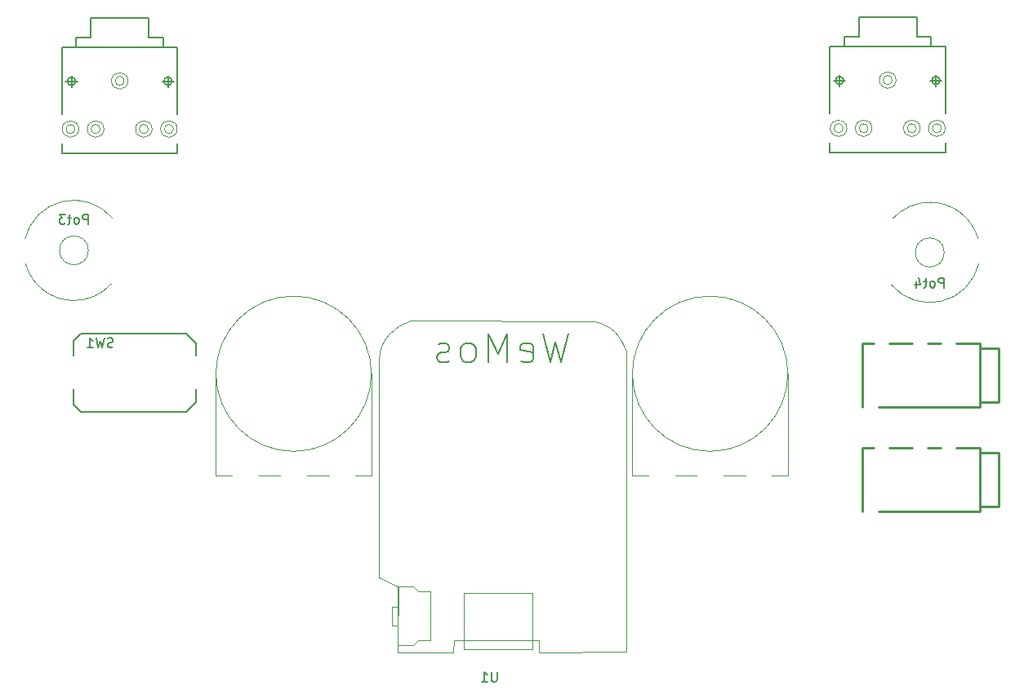
<source format=gbr>
G04 #@! TF.FileFunction,Legend,Bot*
%FSLAX46Y46*%
G04 Gerber Fmt 4.6, Leading zero omitted, Abs format (unit mm)*
G04 Created by KiCad (PCBNEW 4.0.7-e0-6372~58~ubuntu16.04.1) date Sat Mar  2 19:42:23 2019*
%MOMM*%
%LPD*%
G01*
G04 APERTURE LIST*
%ADD10C,0.100000*%
%ADD11C,0.120000*%
%ADD12C,0.150000*%
%ADD13C,0.203200*%
%ADD14C,0.127000*%
%ADD15C,0.254000*%
%ADD16C,0.177800*%
G04 APERTURE END LIST*
D10*
D11*
X138278173Y-62173929D02*
G75*
G03X133270000Y-58400000I-5008173J-1436071D01*
G01*
X129279383Y-66959947D02*
G75*
G03X138347000Y-64781000I3990617J3349947D01*
G01*
X133360657Y-58400743D02*
G75*
G03X129398000Y-60124000I-90657J-5209257D01*
G01*
X134770000Y-63610000D02*
G75*
G03X134770000Y-63610000I-1500000J0D01*
G01*
D10*
X78082528Y-105177228D02*
X83893820Y-105177228D01*
X83893820Y-105177228D02*
X83920151Y-103893795D01*
X83920151Y-103893795D02*
X92751373Y-103900483D01*
X92751373Y-103900483D02*
X92749397Y-105102736D01*
X92749397Y-105102736D02*
X101830193Y-105076658D01*
X101830193Y-105076658D02*
X101816195Y-73906507D01*
X101816195Y-73906507D02*
X101583384Y-73303714D01*
X101583384Y-73303714D02*
X101299901Y-72758833D01*
X101299901Y-72758833D02*
X100965253Y-72272423D01*
X100965253Y-72272423D02*
X100578953Y-71845048D01*
X100578953Y-71845048D02*
X100140512Y-71477259D01*
X100140512Y-71477259D02*
X99649440Y-71169623D01*
X99649440Y-71169623D02*
X99105250Y-70922690D01*
X99105250Y-70922690D02*
X98507453Y-70737024D01*
X98507453Y-70737024D02*
X79469540Y-70708266D01*
X79469540Y-70708266D02*
X78850176Y-70942259D01*
X78850176Y-70942259D02*
X78261982Y-71226742D01*
X78261982Y-71226742D02*
X77718555Y-71576257D01*
X77718555Y-71576257D02*
X77233497Y-72005342D01*
X77233497Y-72005342D02*
X76820405Y-72528540D01*
X76820405Y-72528540D02*
X76492878Y-73160387D01*
X76492878Y-73160387D02*
X76264518Y-73915425D01*
X76264518Y-73915425D02*
X76148922Y-74808193D01*
X76148922Y-74808193D02*
X76123974Y-97363285D01*
X76123974Y-97363285D02*
X78067520Y-98324181D01*
X78067520Y-98324181D02*
X78097314Y-105132524D01*
X92079650Y-98951451D02*
X84940069Y-98951451D01*
X84940069Y-98951451D02*
X84940069Y-104765188D01*
X84940069Y-104765188D02*
X92079650Y-104765188D01*
X92079650Y-104765188D02*
X92079650Y-98951451D01*
X78156400Y-98302349D02*
X79708622Y-98302349D01*
X79708622Y-98302349D02*
X80237789Y-98831515D01*
X80237789Y-98831515D02*
X81490150Y-98831515D01*
X81490150Y-98831515D02*
X81490150Y-103893876D01*
X81490150Y-103893876D02*
X80202511Y-103893876D01*
X80202511Y-103893876D02*
X79673344Y-104387765D01*
X79673344Y-104387765D02*
X78103483Y-104387765D01*
X78103483Y-104387765D02*
X78156400Y-98302349D01*
X78121122Y-100383738D02*
X77468483Y-100383738D01*
X77468483Y-100383738D02*
X77468483Y-102376932D01*
X77468483Y-102376932D02*
X78085844Y-102376932D01*
D11*
X39521827Y-64826071D02*
G75*
G03X44530000Y-68600000I5008173J1436071D01*
G01*
X48520617Y-60040053D02*
G75*
G03X39453000Y-62219000I-3990617J-3349947D01*
G01*
X44439343Y-68599257D02*
G75*
G03X48402000Y-66876000I90657J5209257D01*
G01*
X46030000Y-63390000D02*
G75*
G03X46030000Y-63390000I-1500000J0D01*
G01*
D12*
X56134000Y-72009000D02*
X57150000Y-73025000D01*
X56134000Y-80137000D02*
X57150000Y-79121000D01*
X44450000Y-79375000D02*
X45212000Y-80137000D01*
X44450000Y-72771000D02*
X45212000Y-72009000D01*
D13*
X44450000Y-79375000D02*
X44450000Y-77820520D01*
X45212000Y-72009000D02*
X56134000Y-72009000D01*
X56134000Y-80137000D02*
X45212000Y-80137000D01*
X57150000Y-74295000D02*
X57150000Y-73025000D01*
X44450000Y-74325480D02*
X44450000Y-72771000D01*
X57150000Y-79121000D02*
X57150000Y-77820520D01*
X43276520Y-53299360D02*
X55275480Y-53299360D01*
X43276520Y-42303700D02*
X44777660Y-42303700D01*
X53774340Y-42303700D02*
X55275480Y-42303700D01*
X44777660Y-41302940D02*
X46276260Y-41302940D01*
X52275740Y-41302940D02*
X53774340Y-41302940D01*
X53774340Y-41302940D02*
X53774340Y-42303700D01*
X44777660Y-41302940D02*
X44777660Y-42303700D01*
X46276260Y-39301420D02*
X52275740Y-39301420D01*
X52275740Y-39301420D02*
X52275740Y-41302940D01*
X46276260Y-39301420D02*
X46276260Y-41302940D01*
X43276520Y-42303700D02*
X43276520Y-49298860D01*
X43276520Y-53299360D02*
X43276520Y-52301140D01*
X43276520Y-42303700D02*
X55275480Y-42303700D01*
X55275480Y-42303700D02*
X55275480Y-49298860D01*
X55275480Y-53299360D02*
X55275480Y-52301140D01*
D10*
X49742973Y-45801280D02*
G75*
G03X49742973Y-45801280I-466973J0D01*
G01*
X44645193Y-50800000D02*
G75*
G03X44645193Y-50800000I-466973J0D01*
G01*
X47243613Y-50800000D02*
G75*
G03X47243613Y-50800000I-466973J0D01*
G01*
X52242333Y-50800000D02*
G75*
G03X52242333Y-50800000I-466973J0D01*
G01*
X54840753Y-50800000D02*
G75*
G03X54840753Y-50800000I-466973J0D01*
G01*
X50138105Y-45801280D02*
G75*
G03X50138105Y-45801280I-862105J0D01*
G01*
X45040325Y-50800000D02*
G75*
G03X45040325Y-50800000I-862105J0D01*
G01*
X55235885Y-50800000D02*
G75*
G03X55235885Y-50800000I-862105J0D01*
G01*
X52637465Y-50800000D02*
G75*
G03X52637465Y-50800000I-862105J0D01*
G01*
X47638745Y-50800000D02*
G75*
G03X47638745Y-50800000I-862105J0D01*
G01*
D14*
X44701148Y-45841920D02*
G75*
G03X44701148Y-45841920I-423868J0D01*
G01*
X44277280Y-45242480D02*
X44277280Y-46441360D01*
X44876720Y-45841920D02*
X43677840Y-45841920D01*
X54698588Y-45841920D02*
G75*
G03X54698588Y-45841920I-423868J0D01*
G01*
X54274720Y-45242480D02*
X54274720Y-46441360D01*
X54874160Y-45841920D02*
X53675280Y-45841920D01*
D13*
X122905520Y-53218080D02*
X134904480Y-53218080D01*
X122905520Y-42222420D02*
X124406660Y-42222420D01*
X133403340Y-42222420D02*
X134904480Y-42222420D01*
X124406660Y-41221660D02*
X125905260Y-41221660D01*
X131904740Y-41221660D02*
X133403340Y-41221660D01*
X133403340Y-41221660D02*
X133403340Y-42222420D01*
X124406660Y-41221660D02*
X124406660Y-42222420D01*
X125905260Y-39220140D02*
X131904740Y-39220140D01*
X131904740Y-39220140D02*
X131904740Y-41221660D01*
X125905260Y-39220140D02*
X125905260Y-41221660D01*
X122905520Y-42222420D02*
X122905520Y-49217580D01*
X122905520Y-53218080D02*
X122905520Y-52219860D01*
X122905520Y-42222420D02*
X134904480Y-42222420D01*
X134904480Y-42222420D02*
X134904480Y-49217580D01*
X134904480Y-53218080D02*
X134904480Y-52219860D01*
D10*
X129371973Y-45720000D02*
G75*
G03X129371973Y-45720000I-466973J0D01*
G01*
X124274193Y-50718720D02*
G75*
G03X124274193Y-50718720I-466973J0D01*
G01*
X126872613Y-50718720D02*
G75*
G03X126872613Y-50718720I-466973J0D01*
G01*
X131871333Y-50718720D02*
G75*
G03X131871333Y-50718720I-466973J0D01*
G01*
X134469753Y-50718720D02*
G75*
G03X134469753Y-50718720I-466973J0D01*
G01*
X129767105Y-45720000D02*
G75*
G03X129767105Y-45720000I-862105J0D01*
G01*
X124669325Y-50718720D02*
G75*
G03X124669325Y-50718720I-862105J0D01*
G01*
X134864885Y-50718720D02*
G75*
G03X134864885Y-50718720I-862105J0D01*
G01*
X132266465Y-50718720D02*
G75*
G03X132266465Y-50718720I-862105J0D01*
G01*
X127267745Y-50718720D02*
G75*
G03X127267745Y-50718720I-862105J0D01*
G01*
D14*
X124330148Y-45760640D02*
G75*
G03X124330148Y-45760640I-423868J0D01*
G01*
X123906280Y-45161200D02*
X123906280Y-46360080D01*
X124505720Y-45760640D02*
X123306840Y-45760640D01*
X134327588Y-45760640D02*
G75*
G03X134327588Y-45760640I-423868J0D01*
G01*
X133903720Y-45161200D02*
X133903720Y-46360080D01*
X134503160Y-45760640D02*
X133304280Y-45760640D01*
D15*
X137932160Y-90484960D02*
X127932180Y-90484960D01*
X126230380Y-83886040D02*
X126230380Y-90484960D01*
X126230380Y-83886040D02*
X127431800Y-83886040D01*
X137932160Y-83886040D02*
X138430000Y-83886040D01*
X138430000Y-83886040D02*
X138430000Y-84386420D01*
X138430000Y-84386420D02*
X138430000Y-89984580D01*
X138430000Y-89984580D02*
X138430000Y-90484960D01*
X138430000Y-90484960D02*
X137932160Y-90484960D01*
X138430000Y-84386420D02*
X140428980Y-84386420D01*
X140428980Y-84386420D02*
X140428980Y-89984580D01*
X140428980Y-89984580D02*
X138430000Y-89984580D01*
X131432300Y-83886040D02*
X129032000Y-83886040D01*
X134432040Y-83886040D02*
X133032500Y-83886040D01*
X137932160Y-83886040D02*
X136032240Y-83886040D01*
X137932160Y-79689960D02*
X127932180Y-79689960D01*
X126230380Y-73091040D02*
X126230380Y-79689960D01*
X126230380Y-73091040D02*
X127431800Y-73091040D01*
X137932160Y-73091040D02*
X138430000Y-73091040D01*
X138430000Y-73091040D02*
X138430000Y-73591420D01*
X138430000Y-73591420D02*
X138430000Y-79189580D01*
X138430000Y-79189580D02*
X138430000Y-79689960D01*
X138430000Y-79689960D02*
X137932160Y-79689960D01*
X138430000Y-73591420D02*
X140428980Y-73591420D01*
X140428980Y-73591420D02*
X140428980Y-79189580D01*
X140428980Y-79189580D02*
X138430000Y-79189580D01*
X131432300Y-73091040D02*
X129032000Y-73091040D01*
X134432040Y-73091040D02*
X133032500Y-73091040D01*
X137932160Y-73091040D02*
X136032240Y-73091040D01*
D11*
X75370000Y-76200000D02*
G75*
G03X75370000Y-76200000I-8060000J0D01*
G01*
X59249000Y-86760000D02*
X59249000Y-76200000D01*
X59249000Y-86760000D02*
X60945000Y-86760000D01*
X63675000Y-86760000D02*
X65945000Y-86760000D01*
X68675000Y-86760000D02*
X70945000Y-86760000D01*
X73675000Y-86760000D02*
X75370000Y-86760000D01*
X75370000Y-86760000D02*
X75370000Y-76200000D01*
X118550000Y-76200000D02*
G75*
G03X118550000Y-76200000I-8060000J0D01*
G01*
X102429000Y-86760000D02*
X102429000Y-76200000D01*
X102429000Y-86760000D02*
X104125000Y-86760000D01*
X106855000Y-86760000D02*
X109125000Y-86760000D01*
X111855000Y-86760000D02*
X114125000Y-86760000D01*
X116855000Y-86760000D02*
X118550000Y-86760000D01*
X118550000Y-86760000D02*
X118550000Y-76200000D01*
D12*
X134746191Y-67254381D02*
X134746191Y-66254381D01*
X134365238Y-66254381D01*
X134270000Y-66302000D01*
X134222381Y-66349619D01*
X134174762Y-66444857D01*
X134174762Y-66587714D01*
X134222381Y-66682952D01*
X134270000Y-66730571D01*
X134365238Y-66778190D01*
X134746191Y-66778190D01*
X133603334Y-67254381D02*
X133698572Y-67206762D01*
X133746191Y-67159143D01*
X133793810Y-67063905D01*
X133793810Y-66778190D01*
X133746191Y-66682952D01*
X133698572Y-66635333D01*
X133603334Y-66587714D01*
X133460476Y-66587714D01*
X133365238Y-66635333D01*
X133317619Y-66682952D01*
X133270000Y-66778190D01*
X133270000Y-67063905D01*
X133317619Y-67159143D01*
X133365238Y-67206762D01*
X133460476Y-67254381D01*
X133603334Y-67254381D01*
X132984286Y-66587714D02*
X132603334Y-66587714D01*
X132841429Y-66254381D02*
X132841429Y-67111524D01*
X132793810Y-67206762D01*
X132698572Y-67254381D01*
X132603334Y-67254381D01*
X131841428Y-66587714D02*
X131841428Y-67254381D01*
X132079524Y-66206762D02*
X132317619Y-66921048D01*
X131698571Y-66921048D01*
X88391905Y-107162381D02*
X88391905Y-107971905D01*
X88344286Y-108067143D01*
X88296667Y-108114762D01*
X88201429Y-108162381D01*
X88010952Y-108162381D01*
X87915714Y-108114762D01*
X87868095Y-108067143D01*
X87820476Y-107971905D01*
X87820476Y-107162381D01*
X86820476Y-108162381D02*
X87391905Y-108162381D01*
X87106191Y-108162381D02*
X87106191Y-107162381D01*
X87201429Y-107305238D01*
X87296667Y-107400476D01*
X87391905Y-107448095D01*
X95757143Y-72017143D02*
X95042857Y-75017143D01*
X94471428Y-72874286D01*
X93900000Y-75017143D01*
X93185714Y-72017143D01*
X90900000Y-74874286D02*
X91185714Y-75017143D01*
X91757143Y-75017143D01*
X92042857Y-74874286D01*
X92185714Y-74588571D01*
X92185714Y-73445714D01*
X92042857Y-73160000D01*
X91757143Y-73017143D01*
X91185714Y-73017143D01*
X90900000Y-73160000D01*
X90757143Y-73445714D01*
X90757143Y-73731429D01*
X92185714Y-74017143D01*
X89471428Y-75017143D02*
X89471428Y-72017143D01*
X88471428Y-74160000D01*
X87471428Y-72017143D01*
X87471428Y-75017143D01*
X85614286Y-75017143D02*
X85900000Y-74874286D01*
X86042857Y-74731429D01*
X86185714Y-74445714D01*
X86185714Y-73588571D01*
X86042857Y-73302857D01*
X85900000Y-73160000D01*
X85614286Y-73017143D01*
X85185714Y-73017143D01*
X84900000Y-73160000D01*
X84757143Y-73302857D01*
X84614286Y-73588571D01*
X84614286Y-74445714D01*
X84757143Y-74731429D01*
X84900000Y-74874286D01*
X85185714Y-75017143D01*
X85614286Y-75017143D01*
X83471428Y-74874286D02*
X83185714Y-75017143D01*
X82614286Y-75017143D01*
X82328571Y-74874286D01*
X82185714Y-74588571D01*
X82185714Y-74445714D01*
X82328571Y-74160000D01*
X82614286Y-74017143D01*
X83042857Y-74017143D01*
X83328571Y-73874286D01*
X83471428Y-73588571D01*
X83471428Y-73445714D01*
X83328571Y-73160000D01*
X83042857Y-73017143D01*
X82614286Y-73017143D01*
X82328571Y-73160000D01*
X46006191Y-60650381D02*
X46006191Y-59650381D01*
X45625238Y-59650381D01*
X45530000Y-59698000D01*
X45482381Y-59745619D01*
X45434762Y-59840857D01*
X45434762Y-59983714D01*
X45482381Y-60078952D01*
X45530000Y-60126571D01*
X45625238Y-60174190D01*
X46006191Y-60174190D01*
X44863334Y-60650381D02*
X44958572Y-60602762D01*
X45006191Y-60555143D01*
X45053810Y-60459905D01*
X45053810Y-60174190D01*
X45006191Y-60078952D01*
X44958572Y-60031333D01*
X44863334Y-59983714D01*
X44720476Y-59983714D01*
X44625238Y-60031333D01*
X44577619Y-60078952D01*
X44530000Y-60174190D01*
X44530000Y-60459905D01*
X44577619Y-60555143D01*
X44625238Y-60602762D01*
X44720476Y-60650381D01*
X44863334Y-60650381D01*
X44244286Y-59983714D02*
X43863334Y-59983714D01*
X44101429Y-59650381D02*
X44101429Y-60507524D01*
X44053810Y-60602762D01*
X43958572Y-60650381D01*
X43863334Y-60650381D01*
X43625238Y-59650381D02*
X43006190Y-59650381D01*
X43339524Y-60031333D01*
X43196666Y-60031333D01*
X43101428Y-60078952D01*
X43053809Y-60126571D01*
X43006190Y-60221810D01*
X43006190Y-60459905D01*
X43053809Y-60555143D01*
X43101428Y-60602762D01*
X43196666Y-60650381D01*
X43482381Y-60650381D01*
X43577619Y-60602762D01*
X43625238Y-60555143D01*
D16*
X48577333Y-73429762D02*
X48434476Y-73477381D01*
X48196380Y-73477381D01*
X48101142Y-73429762D01*
X48053523Y-73382143D01*
X48005904Y-73286905D01*
X48005904Y-73191667D01*
X48053523Y-73096429D01*
X48101142Y-73048810D01*
X48196380Y-73001190D01*
X48386857Y-72953571D01*
X48482095Y-72905952D01*
X48529714Y-72858333D01*
X48577333Y-72763095D01*
X48577333Y-72667857D01*
X48529714Y-72572619D01*
X48482095Y-72525000D01*
X48386857Y-72477381D01*
X48148761Y-72477381D01*
X48005904Y-72525000D01*
X47672571Y-72477381D02*
X47434476Y-73477381D01*
X47243999Y-72763095D01*
X47053523Y-73477381D01*
X46815428Y-72477381D01*
X45910666Y-73477381D02*
X46482095Y-73477381D01*
X46196381Y-73477381D02*
X46196381Y-72477381D01*
X46291619Y-72620238D01*
X46386857Y-72715476D01*
X46482095Y-72763095D01*
M02*

</source>
